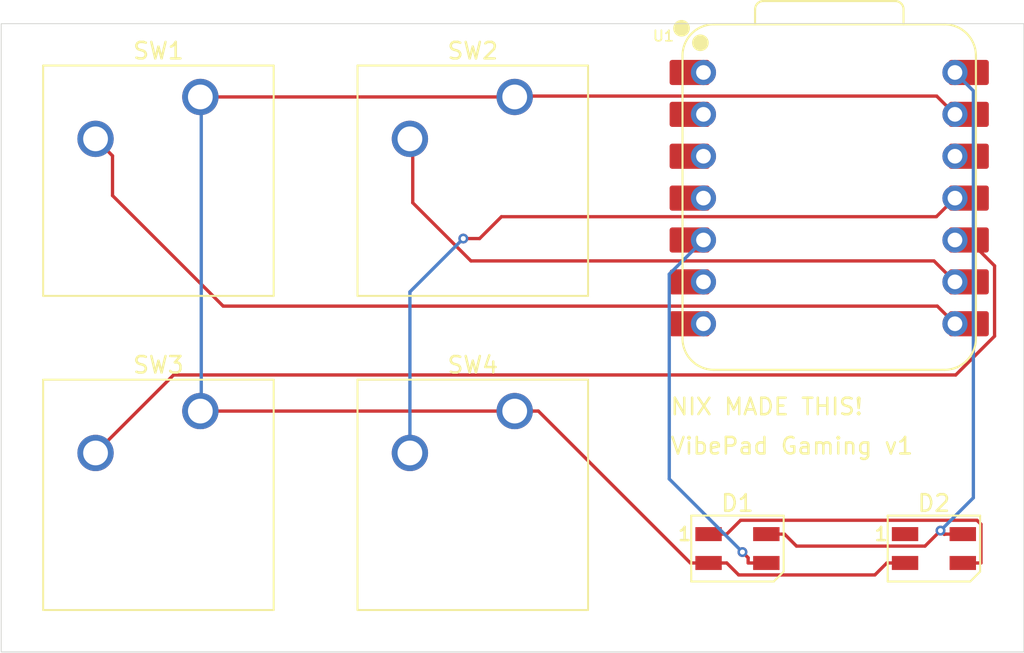
<source format=kicad_pcb>
(kicad_pcb (version 20241229) (generator "pcbnew") (generator_version "9.0")
  (layers (0 "F.Cu" signal) (2 "B.Cu" signal) (13 "F.Paste" user) (15 "B.Paste" user) (5 "F.SilkS" user "F.Silkscreen") (7 "B.SilkS" user "B.Silkscreen") (1 "F.Mask" user) (3 "B.Mask" user) (25 "Edge.Cuts" user))
  (net 0 "")
  (net 1 "Net-(D1-DOUT)")
  (net 2 "Net-(D1-DIN)")
  (net 3 "+5V")
  (net 4 "GND")
  (net 6 "Net-(U1-GPIO1{slash}RX)")
  (net 7 "Net-(U1-GPIO2{slash}SCK)")
  (net 8 "Net-(U1-GPIO4{slash}MISO)")
  (net 9 "Net-(U1-GPIO3{slash}MOSI)")
  (net 10 "unconnected-(U1-GPIO28{slash}ADC2{slash}A2-Pad3)")
  (net 11 "unconnected-(U1-GPIO27{slash}ADC1{slash}A1-Pad2)")
  (net 12 "unconnected-(U1-GPIO26{slash}ADC0{slash}A0-Pad1)")
  (net 13 "unconnected-(U1-GPIO0{slash}TX-Pad7)")
  (net 14 "unconnected-(U1-GPIO7{slash}SCL-Pad6)")
  (net 15 "unconnected-(U1-GPIO29{slash}ADC3{slash}A3-Pad4)")
  (net 16 "unconnected-(U1-3V3-Pad12)")
  (footprint "Button_Switch_Keyboard:SW_Cherry_MX_1.00u_PCB" (layer "F.Cu") (at 133.5088 85.4075)
    (property "Reference" "SW1" (at -2.54 -2.794 0) (layer "F.SilkS"))
    (property "Value" "SW_Push")
    (fp_line (start -9.525 -1.905) (end 4.445 -1.905) (stroke (width 0.12)) (layer "F.SilkS"))
    (fp_line (start -9.525 12.065) (end -9.525 -1.905) (stroke (width 0.12)) (layer "F.SilkS"))
    (fp_line (start 4.445 -1.905) (end 4.445 12.065) (stroke (width 0.12)) (layer "F.SilkS"))
    (fp_line (start 4.445 12.065) (end -9.525 12.065) (stroke (width 0.12)) (layer "F.SilkS"))
    (pad "" np_thru_hole circle (at -7.62 5.08) (size 1.7 1.7) (drill 1.7) (layers "*.Cu" "*.Mask"))
    (pad "" np_thru_hole circle (at -2.54 5.08) (size 4 4) (drill 4) (layers "*.Cu" "*.Mask"))
    (pad "" np_thru_hole circle (at 2.54 5.08) (size 1.7 1.7) (drill 1.7) (layers "*.Cu" "*.Mask"))
    (pad "1" thru_hole circle (at 0 0) (size 2.2 2.2) (drill 1.5) (layers "*.Cu" "*.Mask") (net 4 "GND"))
    (pad "2" thru_hole circle (at -6.35 2.54) (size 2.2 2.2) (drill 1.5) (layers "*.Cu" "*.Mask") (net 6 "Net-(U1-GPIO1{slash}RX)"))
  )
  (footprint "OPL:XIAO-RP2040-DIP" (layer "F.Cu") (at 171.6175 91.5421)
    (property "Reference" "U1" (at -10.047289 -9.831034 0) (layer "F.SilkS") (effects (font (size 0.635 0.635) (thickness 0.1016))))
    (property "Value" "XIAO-RP2040-DIP")
    (fp_line (start -8.89 8.509) (end -8.89 -8.636) (stroke (width 0.127)) (layer "F.SilkS"))
    (fp_line (start -6.985 10.414) (end 6.985 10.414) (stroke (width 0.127)) (layer "F.SilkS"))
    (fp_line (start -4.495 -10.541) (end -4.491272 -11.451272) (stroke (width 0.127)) (layer "F.SilkS"))
    (fp_line (start -3.991272 -11.951) (end 4.004 -11.951) (stroke (width 0.127)) (layer "F.SilkS"))
    (fp_line (start 4.504 -11.451) (end 4.504 -10.541) (stroke (width 0.127)) (layer "F.SilkS"))
    (fp_line (start 6.985 -10.541) (end -6.985 -10.541) (stroke (width 0.1)) (layer "F.SilkS"))
    (fp_line (start 6.985 -10.541) (end -6.985 -10.541) (stroke (width 0.127)) (layer "F.SilkS"))
    (fp_line (start 8.89 8.509) (end 8.89 -8.636) (stroke (width 0.127)) (layer "F.SilkS"))
    (fp_arc (start -8.89 -8.636) (mid -8.332038 -9.983038) (end -6.985 -10.541) (stroke (width 0.127)) (layer "F.SilkS"))
    (fp_arc (start -6.985 10.414) (mid -8.332038 9.856038) (end -8.89 8.509) (stroke (width 0.127)) (layer "F.SilkS"))
    (fp_arc (start -4.491272 -11.451272) (mid -4.344728 -11.80464) (end -3.991272 -11.951) (stroke (width 0.127)) (layer "F.SilkS"))
    (fp_arc (start 4.004 -11.951) (mid 4.357553 -11.804553) (end 4.504 -11.451) (stroke (width 0.127)) (layer "F.SilkS"))
    (fp_arc (start 6.985 -10.541) (mid 8.332038 -9.983038) (end 8.89 -8.636) (stroke (width 0.127)) (layer "F.SilkS"))
    (fp_arc (start 8.89 8.509) (mid 8.332038 9.856038) (end 6.985 10.414) (stroke (width 0.127)) (layer "F.SilkS"))
    (fp_circle (center -8.95 -10.3) (end -8.95 -10.554) (stroke (width 0.5)) (fill yes) (layer "F.SilkS"))
    (fp_circle (center -7.807 -9.42) (end -7.807 -9.674) (stroke (width 0.5)) (fill yes) (layer "F.SilkS"))
    (pad "1" smd roundrect (at -8.455 -7.62 180) (size 2.432 1.524) (layers "F.Cu" "F.Mask") (roundrect_rratio 0.1) (net 12 "unconnected-(U1-GPIO26{slash}ADC0{slash}A0-Pad1)"))
    (pad "1" thru_hole circle (at -7.62 -7.62 180) (size 1.524 1.524) (drill 0.889) (layers "*.Cu" "*.Mask") (net 12 "unconnected-(U1-GPIO26{slash}ADC0{slash}A0-Pad1)"))
    (pad "2" smd roundrect (at -8.455 -5.08 180) (size 2.432 1.524) (layers "F.Cu" "F.Mask") (roundrect_rratio 0.1) (net 11 "unconnected-(U1-GPIO27{slash}ADC1{slash}A1-Pad2)"))
    (pad "2" thru_hole circle (at -7.62 -5.08 180) (size 1.524 1.524) (drill 0.889) (layers "*.Cu" "*.Mask") (net 11 "unconnected-(U1-GPIO27{slash}ADC1{slash}A1-Pad2)"))
    (pad "3" smd roundrect (at -8.455 -2.54 180) (size 2.432 1.524) (layers "F.Cu" "F.Mask") (roundrect_rratio 0.1) (net 10 "unconnected-(U1-GPIO28{slash}ADC2{slash}A2-Pad3)"))
    (pad "3" thru_hole circle (at -7.62 -2.54 180) (size 1.524 1.524) (drill 0.889) (layers "*.Cu" "*.Mask") (net 10 "unconnected-(U1-GPIO28{slash}ADC2{slash}A2-Pad3)"))
    (pad "4" smd roundrect (at -8.455 0 180) (size 2.432 1.524) (layers "F.Cu" "F.Mask") (roundrect_rratio 0.1) (net 15 "unconnected-(U1-GPIO29{slash}ADC3{slash}A3-Pad4)"))
    (pad "4" thru_hole circle (at -7.62 0 180) (size 1.524 1.524) (drill 0.889) (layers "*.Cu" "*.Mask") (net 15 "unconnected-(U1-GPIO29{slash}ADC3{slash}A3-Pad4)"))
    (pad "5" smd roundrect (at -8.455 2.54 180) (size 2.432 1.524) (layers "F.Cu" "F.Mask") (roundrect_rratio 0.1) (net 2 "Net-(D1-DIN)"))
    (pad "5" thru_hole circle (at -7.62 2.54 180) (size 1.524 1.524) (drill 0.889) (layers "*.Cu" "*.Mask") (net 2 "Net-(D1-DIN)"))
    (pad "6" smd roundrect (at -8.455 5.08 180) (size 2.432 1.524) (layers "F.Cu" "F.Mask") (roundrect_rratio 0.1) (net 14 "unconnected-(U1-GPIO7{slash}SCL-Pad6)"))
    (pad "6" thru_hole circle (at -7.62 5.08 180) (size 1.524 1.524) (drill 0.889) (layers "*.Cu" "*.Mask") (net 14 "unconnected-(U1-GPIO7{slash}SCL-Pad6)"))
    (pad "7" smd roundrect (at -8.455 7.62 180) (size 2.432 1.524) (layers "F.Cu" "F.Mask") (roundrect_rratio 0.1) (net 13 "unconnected-(U1-GPIO0{slash}TX-Pad7)"))
    (pad "7" thru_hole circle (at -7.62 7.62 180) (size 1.524 1.524) (drill 0.889) (layers "*.Cu" "*.Mask") (net 13 "unconnected-(U1-GPIO0{slash}TX-Pad7)"))
    (pad "8" thru_hole circle (at 7.62 7.62) (size 1.524 1.524) (drill 0.889) (layers "*.Cu" "*.Mask") (net 6 "Net-(U1-GPIO1{slash}RX)"))
    (pad "8" smd roundrect (at 8.455 7.62) (size 2.432 1.524) (layers "F.Cu" "F.Mask") (roundrect_rratio 0.1) (net 6 "Net-(U1-GPIO1{slash}RX)"))
    (pad "9" thru_hole circle (at 7.62 5.08) (size 1.524 1.524) (drill 0.889) (layers "*.Cu" "*.Mask") (net 7 "Net-(U1-GPIO2{slash}SCK)"))
    (pad "9" smd roundrect (at 8.455 5.08) (size 2.432 1.524) (layers "F.Cu" "F.Mask") (roundrect_rratio 0.1) (net 7 "Net-(U1-GPIO2{slash}SCK)"))
    (pad "10" thru_hole circle (at 7.62 2.54) (size 1.524 1.524) (drill 0.889) (layers "*.Cu" "*.Mask") (net 8 "Net-(U1-GPIO4{slash}MISO)"))
    (pad "10" smd roundrect (at 8.455 2.54) (size 2.432 1.524) (layers "F.Cu" "F.Mask") (roundrect_rratio 0.1) (net 8 "Net-(U1-GPIO4{slash}MISO)"))
    (pad "11" thru_hole circle (at 7.62 0) (size 1.524 1.524) (drill 0.889) (layers "*.Cu" "*.Mask") (net 9 "Net-(U1-GPIO3{slash}MOSI)"))
    (pad "11" smd roundrect (at 8.455 0) (size 2.432 1.524) (layers "F.Cu" "F.Mask") (roundrect_rratio 0.1) (net 9 "Net-(U1-GPIO3{slash}MOSI)"))
    (pad "12" thru_hole circle (at 7.62 -2.54) (size 1.524 1.524) (drill 0.889) (layers "*.Cu" "*.Mask") (net 16 "unconnected-(U1-3V3-Pad12)"))
    (pad "12" smd roundrect (at 8.455 -2.54) (size 2.432 1.524) (layers "F.Cu" "F.Mask") (roundrect_rratio 0.1) (net 16 "unconnected-(U1-3V3-Pad12)"))
    (pad "13" thru_hole circle (at 7.62 -5.08) (size 1.524 1.524) (drill 0.889) (layers "*.Cu" "*.Mask") (net 4 "GND"))
    (pad "13" smd roundrect (at 8.455 -5.08) (size 2.432 1.524) (layers "F.Cu" "F.Mask") (roundrect_rratio 0.1) (net 4 "GND"))
    (pad "14" thru_hole circle (at 7.62 -7.62) (size 1.524 1.524) (drill 0.889) (layers "*.Cu" "*.Mask") (net 3 "+5V"))
    (pad "14" smd roundrect (at 8.455 -7.62) (size 2.432 1.524) (layers "F.Cu" "F.Mask") (roundrect_rratio 0.1) (net 3 "+5V"))
  )
  (footprint "LED_SMD:LED_SK6812MINI_PLCC4_3.5x3.5mm_P1.75mm" (layer "F.Cu") (at 166.0563 112.7937)
    (property "Reference" "D1" (at 0 -2.75 0) (layer "F.SilkS"))
    (property "Value" "SK6812MINI")
    (fp_line (start -2.8 -2) (end -2.8 2) (stroke (width 0.12)) (layer "F.SilkS"))
    (fp_line (start -2.8 -2) (end 2.8 -2) (stroke (width 0.12)) (layer "F.SilkS"))
    (fp_line (start -2.8 2) (end 2.2 2) (stroke (width 0.12)) (layer "F.SilkS"))
    (fp_line (start 2.8 1.4) (end 2.2 2) (stroke (width 0.12)) (layer "F.SilkS"))
    (fp_line (start 2.8 1.4) (end 2.8 -2) (stroke (width 0.12)) (layer "F.SilkS"))
    (fp_text user "1" (at -3.2 -0.875 0) (layer "F.SilkS") (effects (font (size 0.8 0.8))))
    (pad "1" smd rect (at -1.75 -0.875) (size 1.6 0.85) (layers "F.Cu" "F.Mask" "F.Paste") (net 1 "Net-(D1-DOUT)"))
    (pad "2" smd rect (at -1.75 0.875) (size 1.6 0.85) (layers "F.Cu" "F.Mask" "F.Paste") (net 4 "GND"))
    (pad "3" smd rect (at 1.75 0.875) (size 1.6 0.85) (layers "F.Cu" "F.Mask" "F.Paste") (net 2 "Net-(D1-DIN)"))
    (pad "4" smd rect (at 1.75 -0.875) (size 1.6 0.85) (layers "F.Cu" "F.Mask" "F.Paste") (net 3 "+5V"))
  )
  (footprint "Button_Switch_Keyboard:SW_Cherry_MX_1.00u_PCB" (layer "F.Cu") (at 133.5088 104.4575)
    (property "Reference" "SW3" (at -2.54 -2.794 0) (layer "F.SilkS"))
    (property "Value" "SW_Push")
    (fp_line (start -9.525 -1.905) (end 4.445 -1.905) (stroke (width 0.12)) (layer "F.SilkS"))
    (fp_line (start -9.525 12.065) (end -9.525 -1.905) (stroke (width 0.12)) (layer "F.SilkS"))
    (fp_line (start 4.445 -1.905) (end 4.445 12.065) (stroke (width 0.12)) (layer "F.SilkS"))
    (fp_line (start 4.445 12.065) (end -9.525 12.065) (stroke (width 0.12)) (layer "F.SilkS"))
    (pad "" np_thru_hole circle (at -7.62 5.08) (size 1.7 1.7) (drill 1.7) (layers "*.Cu" "*.Mask"))
    (pad "" np_thru_hole circle (at -2.54 5.08) (size 4 4) (drill 4) (layers "*.Cu" "*.Mask"))
    (pad "" np_thru_hole circle (at 2.54 5.08) (size 1.7 1.7) (drill 1.7) (layers "*.Cu" "*.Mask"))
    (pad "1" thru_hole circle (at 0 0) (size 2.2 2.2) (drill 1.5) (layers "*.Cu" "*.Mask") (net 4 "GND"))
    (pad "2" thru_hole circle (at -6.35 2.54) (size 2.2 2.2) (drill 1.5) (layers "*.Cu" "*.Mask") (net 8 "Net-(U1-GPIO4{slash}MISO)"))
  )
  (footprint "LED_SMD:LED_SK6812MINI_PLCC4_3.5x3.5mm_P1.75mm" (layer "F.Cu") (at 177.9625 112.7937)
    (property "Reference" "D2" (at 0 -2.75 0) (layer "F.SilkS"))
    (property "Value" "SK6812MINI")
    (fp_line (start -2.8 -2) (end -2.8 2) (stroke (width 0.12)) (layer "F.SilkS"))
    (fp_line (start -2.8 -2) (end 2.8 -2) (stroke (width 0.12)) (layer "F.SilkS"))
    (fp_line (start -2.8 2) (end 2.2 2) (stroke (width 0.12)) (layer "F.SilkS"))
    (fp_line (start 2.8 1.4) (end 2.2 2) (stroke (width 0.12)) (layer "F.SilkS"))
    (fp_line (start 2.8 1.4) (end 2.8 -2) (stroke (width 0.12)) (layer "F.SilkS"))
    (fp_text user "1" (at -3.2 -0.875 0) (layer "F.SilkS") (effects (font (size 0.8 0.8))))
    (pad "1" smd rect (at -1.75 -0.875) (size 1.6 0.85) (layers "F.Cu" "F.Mask" "F.Paste"))
    (pad "2" smd rect (at -1.75 0.875) (size 1.6 0.85) (layers "F.Cu" "F.Mask" "F.Paste") (net 4 "GND"))
    (pad "3" smd rect (at 1.75 0.875) (size 1.6 0.85) (layers "F.Cu" "F.Mask" "F.Paste") (net 1 "Net-(D1-DOUT)"))
    (pad "4" smd rect (at 1.75 -0.875) (size 1.6 0.85) (layers "F.Cu" "F.Mask" "F.Paste") (net 3 "+5V"))
  )
  (footprint "Button_Switch_Keyboard:SW_Cherry_MX_1.00u_PCB" (layer "F.Cu") (at 152.5588 104.4575)
    (property "Reference" "SW4" (at -2.54 -2.794 0) (layer "F.SilkS"))
    (property "Value" "SW_Push")
    (fp_line (start -9.525 -1.905) (end 4.445 -1.905) (stroke (width 0.12)) (layer "F.SilkS"))
    (fp_line (start -9.525 12.065) (end -9.525 -1.905) (stroke (width 0.12)) (layer "F.SilkS"))
    (fp_line (start 4.445 -1.905) (end 4.445 12.065) (stroke (width 0.12)) (layer "F.SilkS"))
    (fp_line (start 4.445 12.065) (end -9.525 12.065) (stroke (width 0.12)) (layer "F.SilkS"))
    (pad "" np_thru_hole circle (at -7.62 5.08) (size 1.7 1.7) (drill 1.7) (layers "*.Cu" "*.Mask"))
    (pad "" np_thru_hole circle (at -2.54 5.08) (size 4 4) (drill 4) (layers "*.Cu" "*.Mask"))
    (pad "" np_thru_hole circle (at 2.54 5.08) (size 1.7 1.7) (drill 1.7) (layers "*.Cu" "*.Mask"))
    (pad "1" thru_hole circle (at 0 0) (size 2.2 2.2) (drill 1.5) (layers "*.Cu" "*.Mask") (net 4 "GND"))
    (pad "2" thru_hole circle (at -6.35 2.54) (size 2.2 2.2) (drill 1.5) (layers "*.Cu" "*.Mask") (net 9 "Net-(U1-GPIO3{slash}MOSI)"))
  )
  (footprint "Button_Switch_Keyboard:SW_Cherry_MX_1.00u_PCB" (layer "F.Cu") (at 152.5588 85.4075)
    (property "Reference" "SW2" (at -2.54 -2.794 0) (layer "F.SilkS"))
    (property "Value" "SW_Push")
    (fp_line (start -9.525 -1.905) (end 4.445 -1.905) (stroke (width 0.12)) (layer "F.SilkS"))
    (fp_line (start -9.525 12.065) (end -9.525 -1.905) (stroke (width 0.12)) (layer "F.SilkS"))
    (fp_line (start 4.445 -1.905) (end 4.445 12.065) (stroke (width 0.12)) (layer "F.SilkS"))
    (fp_line (start 4.445 12.065) (end -9.525 12.065) (stroke (width 0.12)) (layer "F.SilkS"))
    (pad "" np_thru_hole circle (at -7.62 5.08) (size 1.7 1.7) (drill 1.7) (layers "*.Cu" "*.Mask"))
    (pad "" np_thru_hole circle (at -2.54 5.08) (size 4 4) (drill 4) (layers "*.Cu" "*.Mask"))
    (pad "" np_thru_hole circle (at 2.54 5.08) (size 1.7 1.7) (drill 1.7) (layers "*.Cu" "*.Mask"))
    (pad "1" thru_hole circle (at 0 0) (size 2.2 2.2) (drill 1.5) (layers "*.Cu" "*.Mask") (net 4 "GND"))
    (pad "2" thru_hole circle (at -6.35 2.54) (size 2.2 2.2) (drill 1.5) (layers "*.Cu" "*.Mask") (net 7 "Net-(U1-GPIO2{slash}SCK)"))
  )
  (gr_rect (start 121.44375 80.9625) (end 183.41179 119.0625) (stroke (width 0.05)) (fill no) (layer "Edge.Cuts"))
  (gr_text "NIX MADE THIS!" (at 161.925 104.775 0) (layer "F.SilkS") (effects (font (size 1 1)) (justify left bottom)))
  (gr_text "VibePad Gaming v1\n" (at 161.925 107.15625 0) (layer "F.SilkS") (effects (font (size 1 1)) (justify left bottom)))
  (segment (start 179.7125 113.6687) (end 180.8142 113.6687) (width 0.2) (layer "F.Cu") (net 1))
  (segment (start 180.5719 111.0774) (end 166.2493 111.0774) (width 0.2) (layer "F.Cu") (net 1))
  (segment (start 164.3063 111.9187) (end 165.408 111.9187) (width 0.2) (layer "F.Cu") (net 1))
  (segment (start 180.8142 111.3197) (end 180.5719 111.0774) (width 0.2) (layer "F.Cu") (net 1))
  (segment (start 180.8142 113.6687) (end 180.8142 111.3197) (width 0.2) (layer "F.Cu") (net 1))
  (segment (start 166.2493 111.0774) (end 165.408 111.9187) (width 0.2) (layer "F.Cu") (net 1))
  (segment (start 166.7046 113.6687) (end 166.7046 113.3534) (width 0.2) (layer "F.Cu") (net 2))
  (segment (start 167.8063 113.6687) (end 166.7046 113.6687) (width 0.2) (layer "F.Cu") (net 2))
  (segment (start 166.3587 113.0075) (end 166.3603 113.0075) (width 0.2) (layer "F.Cu") (net 2))
  (segment (start 166.7046 113.3534) (end 166.3587 113.0075) (width 0.2) (layer "F.Cu") (net 2))
  (segment (start 163.9975 94.0821) (end 163.1625 94.0821) (width 0.2) (layer "F.Cu") (net 2))
  (segment (start 166.3603 113.0075) (end 166.3587 113.0075) (width 0.2) (layer "F.Cu") (net 2))
  (via (at 166.3587 113.0075) (size 0.6) (drill 0.3) (layers "F.Cu" "B.Cu") (net 2))
  (segment (start 166.3603 113.0075) (end 166.3587 113.0075) (width 0.2) (layer "B.Cu") (net 2))
  (segment (start 166.3587 113.0075) (end 161.925 108.5738) (width 0.2) (layer "B.Cu") (net 2))
  (segment (start 161.925 108.5738) (end 161.925 96.1546) (width 0.2) (layer "B.Cu") (net 2))
  (segment (start 166.3587 113.0075) (end 166.3603 113.0075) (width 0.2) (layer "B.Cu") (net 2))
  (segment (start 161.925 96.1546) (end 163.9975 94.0821) (width 0.2) (layer "B.Cu") (net 2))
  (segment (start 178.3612 111.706) (end 177.4218 112.6454) (width 0.2) (layer "F.Cu") (net 3))
  (segment (start 167.8063 111.9187) (end 168.908 111.9187) (width 0.2) (layer "F.Cu") (net 3))
  (segment (start 179.2375 83.9221) (end 180.0725 83.9221) (width 0.2) (layer "F.Cu") (net 3))
  (segment (start 178.7117 111.9187) (end 178.6108 111.9187) (width 0.2) (layer "F.Cu") (net 3))
  (segment (start 169.6347 112.6454) (end 168.908 111.9187) (width 0.2) (layer "F.Cu") (net 3))
  (segment (start 178.6108 111.9187) (end 178.5924 111.9371) (width 0.2) (layer "F.Cu") (net 3))
  (segment (start 179.7125 111.9187) (end 178.7117 111.9187) (width 0.2) (layer "F.Cu") (net 3))
  (segment (start 178.3612 111.706) (end 178.5924 111.9371) (width 0.2) (layer "F.Cu") (net 3))
  (segment (start 177.4218 112.6454) (end 169.6347 112.6454) (width 0.2) (layer "F.Cu") (net 3))
  (via (at 178.3612 111.706) (size 0.6) (drill 0.3) (layers "F.Cu" "B.Cu") (net 3))
  (segment (start 179.2375 83.9221) (end 180.3529 85.0375) (width 0.2) (layer "B.Cu") (net 3))
  (segment (start 180.3529 109.7143) (end 178.3612 111.706) (width 0.2) (layer "B.Cu") (net 3))
  (segment (start 180.3529 85.0375) (end 180.3529 109.7143) (width 0.2) (layer "B.Cu") (net 3))
  (segment (start 164.3063 113.6687) (end 163.2046 113.6687) (width 0.2) (layer "F.Cu") (net 4))
  (segment (start 166.1347 114.3954) (end 165.408 113.6687) (width 0.2) (layer "F.Cu") (net 4))
  (segment (start 152.5588 104.4575) (end 133.5088 104.4575) (width 0.2) (layer "F.Cu") (net 4))
  (segment (start 175.1108 113.6687) (end 174.3841 114.3954) (width 0.2) (layer "F.Cu") (net 4))
  (segment (start 153.9934 104.4575) (end 152.5588 104.4575) (width 0.2) (layer "F.Cu") (net 4))
  (segment (start 152.5588 85.4075) (end 133.5088 85.4075) (width 0.2) (layer "F.Cu") (net 4))
  (segment (start 174.3841 114.3954) (end 166.1347 114.3954) (width 0.2) (layer "F.Cu") (net 4))
  (segment (start 152.6127 85.3536) (end 152.5588 85.4075) (width 0.2) (layer "F.Cu") (net 4))
  (segment (start 178.129 85.3536) (end 152.6127 85.3536) (width 0.2) (layer "F.Cu") (net 4))
  (segment (start 179.2375 86.4621) (end 178.129 85.3536) (width 0.2) (layer "F.Cu") (net 4))
  (segment (start 180.0725 86.4621) (end 179.2375 86.4621) (width 0.2) (layer "F.Cu") (net 4))
  (segment (start 163.2046 113.6687) (end 153.9934 104.4575) (width 0.2) (layer "F.Cu") (net 4))
  (segment (start 176.2125 113.6687) (end 175.1108 113.6687) (width 0.2) (layer "F.Cu") (net 4))
  (segment (start 164.3063 113.6687) (end 165.408 113.6687) (width 0.2) (layer "F.Cu") (net 4))
  (segment (start 133.5642 85.4629) (end 133.5088 85.4075) (width 0.2) (layer "B.Cu") (net 4))
  (segment (start 133.5088 104.4575) (end 133.5642 104.4021) (width 0.2) (layer "B.Cu") (net 4))
  (segment (start 133.5642 104.4021) (end 133.5642 85.4629) (width 0.2) (layer "B.Cu") (net 4))
  (segment (start 179.655 99.1621) (end 180.0725 99.1621) (width 0.2) (layer "F.Cu") (net 6))
  (segment (start 128.1871 91.3876) (end 134.8916 98.0921) (width 0.2) (layer "F.Cu") (net 6))
  (segment (start 134.8916 98.0921) (end 178.1675 98.0921) (width 0.2) (layer "F.Cu") (net 6))
  (segment (start 179.2375 99.1621) (end 179.655 99.1621) (width 0.2) (layer "F.Cu") (net 6))
  (segment (start 127.1588 87.9475) (end 128.1871 88.9758) (width 0.2) (layer "F.Cu") (net 6))
  (segment (start 178.1675 98.0921) (end 179.2375 99.1621) (width 0.2) (layer "F.Cu") (net 6))
  (segment (start 128.1871 88.9758) (end 128.1871 91.3876) (width 0.2) (layer "F.Cu") (net 6))
  (segment (start 149.9064 95.3509) (end 146.38 91.8245) (width 0.2) (layer "F.Cu") (net 7))
  (segment (start 177.9663 95.3509) (end 149.9064 95.3509) (width 0.2) (layer "F.Cu") (net 7))
  (segment (start 146.38 88.1187) (end 146.2088 87.9475) (width 0.2) (layer "F.Cu") (net 7))
  (segment (start 146.38 91.8245) (end 146.38 88.1187) (width 0.2) (layer "F.Cu") (net 7))
  (segment (start 179.2375 96.6221) (end 177.9663 95.3509) (width 0.2) (layer "F.Cu") (net 7))
  (segment (start 179.2375 96.6221) (end 180.0725 96.6221) (width 0.2) (layer "F.Cu") (net 7))
  (segment (start 181.6372 99.9148) (end 179.2846 102.2674) (width 0.2) (layer "F.Cu") (net 8))
  (segment (start 179.2375 94.0821) (end 180.0725 94.0821) (width 0.2) (layer "F.Cu") (net 8))
  (segment (start 179.2846 102.2674) (end 131.8889 102.2674) (width 0.2) (layer "F.Cu") (net 8))
  (segment (start 131.8889 102.2674) (end 127.1588 106.9975) (width 0.2) (layer "F.Cu") (net 8))
  (segment (start 181.6372 95.6468) (end 181.6372 99.9148) (width 0.2) (layer "F.Cu") (net 8))
  (segment (start 180.0725 94.0821) (end 181.6372 95.6468) (width 0.2) (layer "F.Cu") (net 8))
  (segment (start 180.0725 91.5421) (end 179.2375 91.5421) (width 0.2) (layer "F.Cu") (net 9))
  (segment (start 151.755 92.6705) (end 150.4307 93.9948) (width 0.2) (layer "F.Cu") (net 9))
  (segment (start 149.4431 93.9932) (end 149.4431 93.9948) (width 0.2) (layer "F.Cu") (net 9))
  (segment (start 178.1091 92.6705) (end 151.755 92.6705) (width 0.2) (layer "F.Cu") (net 9))
  (segment (start 150.4307 93.9948) (end 149.4431 93.9948) (width 0.2) (layer "F.Cu") (net 9))
  (segment (start 179.2375 91.5421) (end 178.1091 92.6705) (width 0.2) (layer "F.Cu") (net 9))
  (segment (start 149.4431 93.9948) (end 149.4431 93.9932) (width 0.2) (layer "F.Cu") (net 9))
  (via (at 149.4431 93.9948) (size 0.6) (drill 0.3) (layers "F.Cu" "B.Cu") (net 9))
  (segment (start 149.4431 93.9948) (end 146.2088 97.2291) (width 0.2) (layer "B.Cu") (net 9))
  (segment (start 149.4431 93.9932) (end 149.4431 93.9948) (width 0.2) (layer "B.Cu") (net 9))
  (segment (start 146.2088 97.2291) (end 146.2088 106.9975) (width 0.2) (layer "B.Cu") (net 9))
  (segment (start 149.4431 93.9948) (end 149.4431 93.9932) (width 0.2) (layer "B.Cu") (net 9))
  (segment (start 163.9975 89.0021) (end 163.1625 89.0021) (width 0.2) (layer "F.Cu") (net 10))
  (segment (start 163.9975 86.4621) (end 163.1625 86.4621) (width 0.2) (layer "F.Cu") (net 11))
  (segment (start 163.1625 83.9221) (end 163.9975 83.9221) (width 0.2) (layer "F.Cu") (net 12))
  (segment (start 163.9975 99.1621) (end 163.1625 99.1621) (width 0.2) (layer "F.Cu") (net 13))
  (segment (start 163.1625 96.6221) (end 163.9975 96.6221) (width 0.2) (layer "F.Cu") (net 14))
  (segment (start 163.9975 91.5421) (end 163.1625 91.5421) (width 0.2) (layer "F.Cu") (net 15))
  (segment (start 180.0725 89.0021) (end 179.2375 89.0021) (width 0.2) (layer "F.Cu") (net 16))
)
</source>
